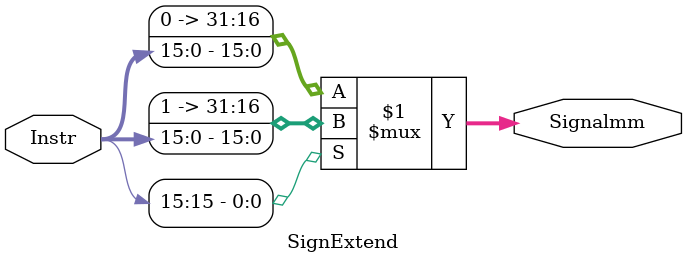
<source format=v>
module SignExtend (
    input  [15:0]Instr,
    output [31:0]Signalmm
);
assign Signalmm=Instr[15] ? {16'b1111111111111111,Instr}: {15'b0,Instr};
endmodule 
</source>
